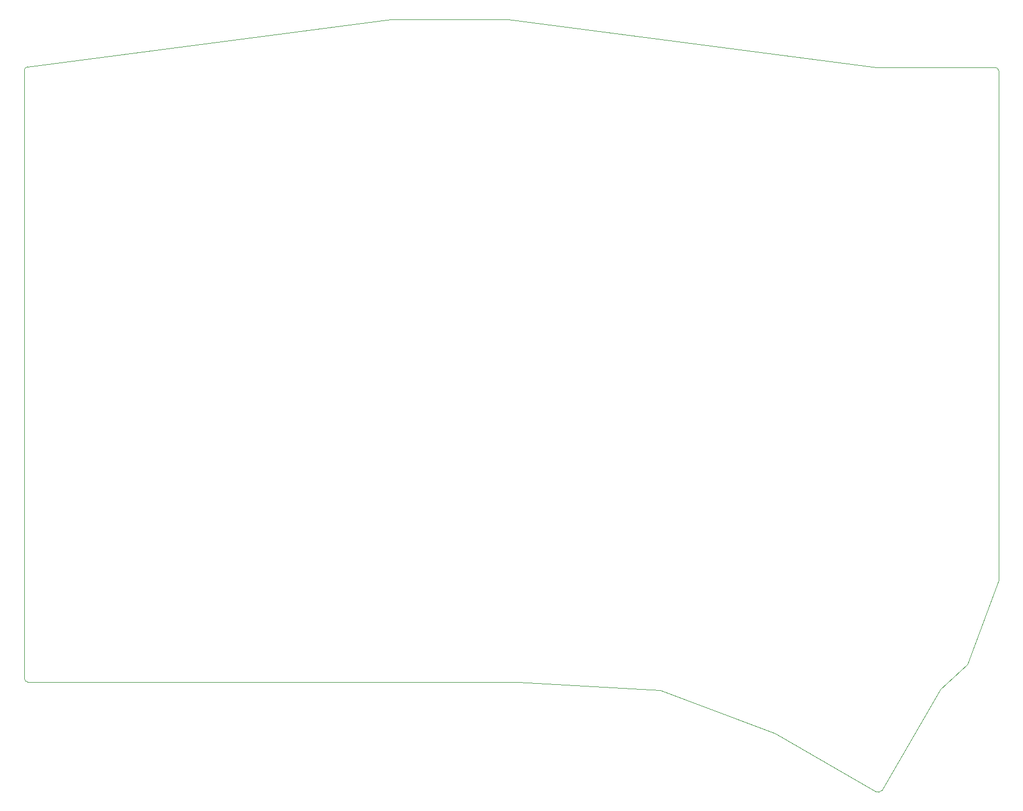
<source format=gm1>
%TF.GenerationSoftware,KiCad,Pcbnew,(5.1.6-0-10_14)*%
%TF.CreationDate,2020-07-09T23:16:05+02:00*%
%TF.ProjectId,splitkb,73706c69-746b-4622-9e6b-696361645f70,rev?*%
%TF.SameCoordinates,Original*%
%TF.FileFunction,Profile,NP*%
%FSLAX46Y46*%
G04 Gerber Fmt 4.6, Leading zero omitted, Abs format (unit mm)*
G04 Created by KiCad (PCBNEW (5.1.6-0-10_14)) date 2020-07-09 23:16:05*
%MOMM*%
%LPD*%
G01*
G04 APERTURE LIST*
%TA.AperFunction,Profile*%
%ADD10C,0.050000*%
%TD*%
G04 APERTURE END LIST*
D10*
X172300000Y-42500000D02*
X191000000Y-42500000D01*
X114500000Y-35000000D02*
X96000000Y-35000000D01*
X191000000Y-42500000D02*
G75*
G02*
X191500000Y-43000000I0J-500000D01*
G01*
X38500000Y-42900000D02*
G75*
G02*
X39000000Y-42400000I500000J0D01*
G01*
X173199999Y-155999999D02*
G75*
G02*
X172200001Y-156199999I-599999J399999D01*
G01*
X39000000Y-139000000D02*
G75*
G02*
X38500000Y-138500000I0J500000D01*
G01*
X38500000Y-119500000D02*
X38500000Y-119500000D01*
X116000000Y-139000000D02*
X39000000Y-139000000D01*
X138400000Y-140300000D02*
X116000000Y-139000000D01*
X156400000Y-147100000D02*
X138400000Y-140300000D01*
X172200001Y-156199999D02*
X156400000Y-147100000D01*
X182400000Y-140100000D02*
X173199999Y-155999999D01*
X186600000Y-136200000D02*
X182400000Y-140100000D01*
X191500000Y-123000000D02*
X186600000Y-136200000D01*
X191500000Y-119500000D02*
X191500000Y-123000000D01*
X191500000Y-43000000D02*
X191500000Y-119500000D01*
X114500000Y-35000000D02*
X172300000Y-42500000D01*
X39000000Y-42400000D02*
X96000000Y-35000000D01*
X38500000Y-138500000D02*
X38500000Y-42900000D01*
M02*

</source>
